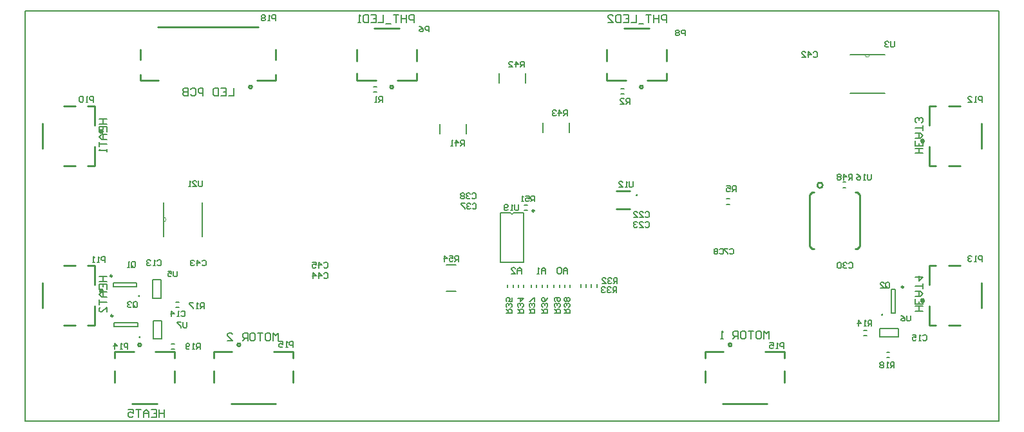
<source format=gbo>
G04*
G04 #@! TF.GenerationSoftware,Altium Limited,Altium Designer,18.1.9 (240)*
G04*
G04 Layer_Color=12176880*
%FSLAX44Y44*%
%MOMM*%
G71*
G01*
G75*
%ADD10C,0.1524*%
%ADD11C,0.0000*%
%ADD12C,0.2540*%
%ADD13C,0.2000*%
%ADD110C,0.2500*%
D10*
X182100Y268298D02*
Y287856D01*
Y262202D02*
Y268298D01*
Y242644D02*
Y262202D01*
X232900Y242644D02*
Y287856D01*
X1110338Y482146D02*
X1129896D01*
X1104242D02*
X1110338D01*
X1084684D02*
X1104242D01*
X1084684Y431346D02*
X1129896D01*
D11*
X182100Y262202D02*
G03*
X182100Y268298I0J3048D01*
G01*
X1104242Y482146D02*
G03*
X1110338Y482146I3048J0D01*
G01*
D12*
X298324Y439760D02*
G03*
X298324Y439760I-2074J0D01*
G01*
X928774Y100240D02*
G03*
X928774Y100240I-2074J0D01*
G01*
X283024D02*
G03*
X283024Y100240I-2074J0D01*
G01*
X483874Y439760D02*
G03*
X483874Y439760I-2074J0D01*
G01*
X812174Y439760D02*
G03*
X812174Y439760I-2074J0D01*
G01*
X102314Y381350D02*
G03*
X102314Y381350I-2074J0D01*
G01*
Y171350D02*
G03*
X102314Y171350I-2074J0D01*
G01*
X1181834Y368650D02*
G03*
X1181834Y368650I-2074J0D01*
G01*
Y158650D02*
G03*
X1181834Y158650I-2074J0D01*
G01*
X152474Y100240D02*
G03*
X152474Y100240I-2074J0D01*
G01*
X150602Y110500D02*
G03*
X150602Y110500I-254J0D01*
G01*
X149762Y164485D02*
G03*
X149762Y164485I-254J0D01*
G01*
X669270Y276850D02*
G03*
X669270Y276850I-1270J0D01*
G01*
X804249Y297558D02*
G03*
X804249Y297558I-359J0D01*
G01*
X1048542Y310482D02*
G03*
X1048542Y310482I-3592J0D01*
G01*
X1126636Y139902D02*
G03*
X1126636Y139902I-254J0D01*
G01*
X304770Y448650D02*
X328900D01*
Y456270D01*
X173960Y518500D02*
X306040D01*
X151100Y455000D02*
Y456270D01*
Y448650D02*
X175230D01*
X151100D02*
Y456270D01*
Y451190D02*
Y455000D01*
Y475320D02*
Y489290D01*
X328900Y475320D02*
Y489290D01*
X893680Y50710D02*
Y65950D01*
X997820Y50710D02*
Y65950D01*
X893680Y91350D02*
X917810D01*
X893680Y82460D02*
Y91350D01*
X916540Y22770D02*
X974960D01*
X997820Y82460D02*
Y91350D01*
X972420D02*
X997820D01*
X247930Y50710D02*
Y65950D01*
X352070Y50710D02*
Y65950D01*
X247930Y91350D02*
X272060D01*
X247930Y82460D02*
Y91350D01*
X270790Y22770D02*
X329210D01*
X352070Y82460D02*
Y91350D01*
X326670D02*
X352070D01*
X458940Y517230D02*
X467195D01*
X483705D02*
X491960D01*
X489420Y448650D02*
X514820D01*
Y457540D01*
X467195Y517230D02*
X483705D01*
X436080Y448650D02*
Y457540D01*
Y448650D02*
X461480D01*
X514820Y474050D02*
Y489290D01*
X436080Y474050D02*
Y489290D01*
X787240Y517230D02*
X795495D01*
X812005D02*
X820260D01*
X817720Y448650D02*
X843120D01*
Y457540D01*
X795495Y517230D02*
X812005D01*
X764380Y448650D02*
Y457540D01*
Y448650D02*
X789780D01*
X843120Y474050D02*
Y489290D01*
X764380Y474050D02*
Y489290D01*
X22770Y358490D02*
Y366745D01*
Y383255D02*
Y391510D01*
X91350Y388970D02*
Y414370D01*
X82460D02*
X91350D01*
X22770Y366745D02*
Y383255D01*
X82460Y335630D02*
X91350D01*
Y361030D01*
X50710Y414370D02*
X65950D01*
X50710Y335630D02*
X65950D01*
X22770Y148490D02*
Y156745D01*
Y173255D02*
Y181510D01*
X91350Y178970D02*
Y204370D01*
X82460D02*
X91350D01*
X22770Y156745D02*
Y173255D01*
X82460Y125630D02*
X91350D01*
Y151030D01*
X50710Y204370D02*
X65950D01*
X50710Y125630D02*
X65950D01*
X1257230Y383255D02*
Y391510D01*
Y358490D02*
Y366745D01*
X1188650Y335630D02*
Y361030D01*
Y335630D02*
X1197540D01*
X1257230Y366745D02*
Y383255D01*
X1188650Y414370D02*
X1197540D01*
X1188650Y388970D02*
Y414370D01*
X1214050Y335630D02*
X1229290D01*
X1214050Y414370D02*
X1229290D01*
X1257230Y173255D02*
Y181510D01*
Y148490D02*
Y156745D01*
X1188650Y125630D02*
Y151030D01*
Y125630D02*
X1197540D01*
X1257230Y156745D02*
Y173255D01*
X1188650Y204370D02*
X1197540D01*
X1188650Y178970D02*
Y204370D01*
X1214050Y125630D02*
X1229290D01*
X1214050Y204370D02*
X1229290D01*
X165005Y22770D02*
X173260D01*
X140240D02*
X148495D01*
X117380Y91350D02*
X142780D01*
X117380Y82460D02*
Y91350D01*
X148495Y22770D02*
X165005D01*
X196120Y82460D02*
Y91350D01*
X170720D02*
X196120D01*
X117380Y50710D02*
Y65950D01*
X196120Y50710D02*
Y65950D01*
X777000Y279016D02*
X795000D01*
X777220Y303146D02*
X794746D01*
X1090924Y226662D02*
X1093464D01*
X1097274Y230472D01*
Y297782D01*
X1093464Y301592D02*
X1097274Y297782D01*
X1090924Y301592D02*
X1093464D01*
X1034790Y226662D02*
X1037330D01*
X1030980Y230472D02*
X1034790Y226662D01*
X1030980Y230472D02*
Y297782D01*
X1034790Y301592D01*
X1037330D01*
D13*
X638375Y273750D02*
G03*
X641625Y273750I1625J0D01*
G01*
X458000Y440500D02*
X462000D01*
X458000Y433500D02*
X462000D01*
X168382Y107960D02*
X170922D01*
X168382Y132090D02*
X179558D01*
X168382Y107960D02*
Y132090D01*
X179558Y107960D02*
Y132090D01*
X170922Y107960D02*
X177272D01*
X179558D01*
X115750Y176500D02*
Y181500D01*
X146750Y176500D02*
Y181500D01*
X115750D02*
X146750D01*
X115750Y176500D02*
X146750D01*
X167542Y161945D02*
X170082D01*
X167542Y186075D02*
X178718D01*
X167542Y161945D02*
Y186075D01*
X178718Y161945D02*
Y186075D01*
X170082Y161945D02*
X176432D01*
X178718D01*
X116750Y124002D02*
Y129002D01*
X147750Y124002D02*
Y129002D01*
X116750D02*
X147750D01*
X116750Y124002D02*
X147750D01*
X655300Y208750D02*
Y273750D01*
X624820Y208750D02*
X655300D01*
X624820D02*
Y273750D01*
X638375D01*
X641625D02*
X655300D01*
X656000Y277500D02*
X660000D01*
X656000Y284500D02*
X660000D01*
X553754Y205276D02*
X566500D01*
X553754Y170478D02*
X566500D01*
X641500Y175750D02*
Y179750D01*
X634500Y175750D02*
Y179750D01*
X655500Y175750D02*
Y179750D01*
X648500Y175750D02*
Y179750D01*
X672500Y175750D02*
Y179750D01*
X665500Y175750D02*
Y179750D01*
X686500Y175750D02*
Y179750D01*
X679500Y175750D02*
Y179750D01*
X702500Y175750D02*
Y179750D01*
X695500Y175750D02*
Y179750D01*
X737500Y176000D02*
Y180000D01*
X730500Y176000D02*
Y180000D01*
X751500Y176000D02*
Y180000D01*
X744500Y176000D02*
Y180000D01*
X680474Y380254D02*
Y393000D01*
X715272Y380254D02*
Y393000D01*
X657526Y445000D02*
Y457746D01*
X622728Y445000D02*
Y457746D01*
X783000Y437500D02*
X787000D01*
X783000Y430500D02*
X787000D01*
X1075000Y314500D02*
X1079000D01*
X1075000Y307500D02*
X1079000D01*
X1102500Y119500D02*
X1106500D01*
X1102500Y112500D02*
X1106500D01*
X716500Y175750D02*
Y179750D01*
X709500Y175750D02*
Y179750D01*
X921926Y292500D02*
X925926D01*
X921926Y285500D02*
X925926D01*
X192500Y101500D02*
X196500D01*
X192500Y94500D02*
X196500D01*
X1132382Y83500D02*
X1136383D01*
X1132382Y90500D02*
X1136383D01*
X1123842Y119328D02*
Y121868D01*
X1147972Y110692D02*
Y121868D01*
X1123842D02*
X1147972D01*
X1123842Y110692D02*
X1147972D01*
X1123842Y112978D02*
Y119328D01*
Y110692D02*
Y112978D01*
X1138882Y173500D02*
X1143882D01*
X1138882Y142500D02*
X1143882D01*
Y173500D01*
X1138882Y142500D02*
Y173500D01*
X198000Y156500D02*
X202000D01*
X198000Y149500D02*
X202000D01*
X580272Y378254D02*
Y391000D01*
X545474Y378254D02*
Y391000D01*
X1179997Y144313D02*
X1170000D01*
X1174998D01*
Y150977D01*
X1179997D01*
X1170000D01*
X1179997Y160974D02*
Y154309D01*
X1170000D01*
Y160974D01*
X1174998Y154309D02*
Y157642D01*
X1170000Y164306D02*
X1176665D01*
X1179997Y167638D01*
X1176665Y170971D01*
X1170000D01*
X1174998D01*
Y164306D01*
X1179997Y174303D02*
Y180968D01*
Y177635D01*
X1170000D01*
Y189298D02*
X1179997D01*
X1174998Y184300D01*
Y190964D01*
X1179997Y352500D02*
X1170000D01*
X1174998D01*
Y359165D01*
X1179997D01*
X1170000D01*
X1179997Y369161D02*
Y362497D01*
X1170000D01*
Y369161D01*
X1174998Y362497D02*
Y365829D01*
X1170000Y372494D02*
X1176665D01*
X1179997Y375826D01*
X1176665Y379158D01*
X1170000D01*
X1174998D01*
Y372494D01*
X1179997Y382490D02*
Y389155D01*
Y385823D01*
X1170000D01*
X1178331Y392487D02*
X1179997Y394153D01*
Y397486D01*
X1178331Y399152D01*
X1176665D01*
X1174998Y397486D01*
Y395819D01*
Y397486D01*
X1173332Y399152D01*
X1171666D01*
X1170000Y397486D01*
Y394153D01*
X1171666Y392487D01*
X843120Y525000D02*
Y534997D01*
X838122D01*
X836456Y533331D01*
Y529998D01*
X838122Y528332D01*
X843120D01*
X833123Y534997D02*
Y525000D01*
Y529998D01*
X826459D01*
Y534997D01*
Y525000D01*
X823126Y534997D02*
X816462D01*
X819794D01*
Y525000D01*
X813130Y523334D02*
X806465D01*
X803133Y534997D02*
Y525000D01*
X796468D01*
X786472Y534997D02*
X793136D01*
Y525000D01*
X786472D01*
X793136Y529998D02*
X789804D01*
X783139Y534997D02*
Y525000D01*
X778141D01*
X776475Y526666D01*
Y533331D01*
X778141Y534997D01*
X783139D01*
X766478Y525000D02*
X773142D01*
X766478Y531665D01*
Y533331D01*
X768144Y534997D01*
X771476D01*
X773142Y533331D01*
X511000Y525000D02*
Y534997D01*
X506002D01*
X504336Y533331D01*
Y529998D01*
X506002Y528332D01*
X511000D01*
X501003Y534997D02*
Y525000D01*
Y529998D01*
X494339D01*
Y534997D01*
Y525000D01*
X491006Y534997D02*
X484342D01*
X487674D01*
Y525000D01*
X481010Y523334D02*
X474345D01*
X471013Y534997D02*
Y525000D01*
X464348D01*
X454352Y534997D02*
X461016D01*
Y525000D01*
X454352D01*
X461016Y529998D02*
X457684D01*
X451019Y534997D02*
Y525000D01*
X446021D01*
X444355Y526666D01*
Y533331D01*
X446021Y534997D01*
X451019D01*
X441022Y525000D02*
X437690D01*
X439356D01*
Y534997D01*
X441022Y533331D01*
X274000Y438482D02*
Y428485D01*
X267335D01*
X257339Y438482D02*
X264003D01*
Y428485D01*
X257339D01*
X264003Y433484D02*
X260671D01*
X254007Y438482D02*
Y428485D01*
X249008D01*
X247342Y430151D01*
Y436816D01*
X249008Y438482D01*
X254007D01*
X234013Y428485D02*
Y438482D01*
X229014D01*
X227348Y436816D01*
Y433484D01*
X229014Y431817D01*
X234013D01*
X217352Y436816D02*
X219018Y438482D01*
X222350D01*
X224016Y436816D01*
Y430151D01*
X222350Y428485D01*
X219018D01*
X217352Y430151D01*
X214019Y438482D02*
Y428485D01*
X209021D01*
X207355Y430151D01*
Y431817D01*
X209021Y433484D01*
X214019D01*
X209021D01*
X207355Y435150D01*
Y436816D01*
X209021Y438482D01*
X214019D01*
X97503Y397651D02*
X107500D01*
X102502D01*
Y390987D01*
X97503D01*
X107500D01*
X97503Y380990D02*
Y387654D01*
X107500D01*
Y380990D01*
X102502Y387654D02*
Y384322D01*
X107500Y377658D02*
X100836D01*
X97503Y374325D01*
X100836Y370993D01*
X107500D01*
X102502D01*
Y377658D01*
X97503Y367661D02*
Y360996D01*
Y364329D01*
X107500D01*
Y357664D02*
Y354332D01*
Y355998D01*
X97503D01*
X99169Y357664D01*
X97503Y190000D02*
X107500D01*
X102502D01*
Y183335D01*
X97503D01*
X107500D01*
X97503Y173339D02*
Y180003D01*
X107500D01*
Y173339D01*
X102502Y180003D02*
Y176671D01*
X107500Y170006D02*
X100836D01*
X97503Y166674D01*
X100836Y163342D01*
X107500D01*
X102502D01*
Y170006D01*
X97503Y160010D02*
Y153345D01*
Y156677D01*
X107500D01*
Y143348D02*
Y150013D01*
X100836Y143348D01*
X99169D01*
X97503Y145014D01*
Y148347D01*
X99169Y150013D01*
X182500Y14997D02*
Y5000D01*
Y9998D01*
X175835D01*
Y14997D01*
Y5000D01*
X165839Y14997D02*
X172503D01*
Y5000D01*
X165839D01*
X172503Y9998D02*
X169171D01*
X162506Y5000D02*
Y11665D01*
X159174Y14997D01*
X155842Y11665D01*
Y5000D01*
Y9998D01*
X162506D01*
X152510Y14997D02*
X145845D01*
X149177D01*
Y5000D01*
X135848Y14997D02*
X142513D01*
Y9998D01*
X139181Y11665D01*
X137514D01*
X135848Y9998D01*
Y6666D01*
X137514Y5000D01*
X140847D01*
X142513Y6666D01*
X332500Y105467D02*
Y115464D01*
X329168Y112132D01*
X325835Y115464D01*
Y105467D01*
X317505Y115464D02*
X320837D01*
X322503Y113798D01*
Y107133D01*
X320837Y105467D01*
X317505D01*
X315839Y107133D01*
Y113798D01*
X317505Y115464D01*
X312506D02*
X305842D01*
X309174D01*
Y105467D01*
X297511Y115464D02*
X300844D01*
X302510Y113798D01*
Y107133D01*
X300844Y105467D01*
X297511D01*
X295845Y107133D01*
Y113798D01*
X297511Y115464D01*
X292513Y105467D02*
Y115464D01*
X287514D01*
X285848Y113798D01*
Y110465D01*
X287514Y108799D01*
X292513D01*
X289181D02*
X285848Y105467D01*
X265855D02*
X272519D01*
X265855Y112132D01*
Y113798D01*
X267521Y115464D01*
X270853D01*
X272519Y113798D01*
X977500Y108000D02*
Y117997D01*
X974168Y114664D01*
X970835Y117997D01*
Y108000D01*
X962505Y117997D02*
X965837D01*
X967503Y116330D01*
Y109666D01*
X965837Y108000D01*
X962505D01*
X960839Y109666D01*
Y116330D01*
X962505Y117997D01*
X957506D02*
X950842D01*
X954174D01*
Y108000D01*
X942511Y117997D02*
X945844D01*
X947510Y116330D01*
Y109666D01*
X945844Y108000D01*
X942511D01*
X940845Y109666D01*
Y116330D01*
X942511Y117997D01*
X937513Y108000D02*
Y117997D01*
X932514D01*
X930848Y116330D01*
Y112998D01*
X932514Y111332D01*
X937513D01*
X934181D02*
X930848Y108000D01*
X917519D02*
X914187D01*
X915853D01*
Y117997D01*
X917519Y116330D01*
X652500Y194000D02*
Y199332D01*
X649834Y201997D01*
X647168Y199332D01*
Y194000D01*
Y197999D01*
X652500D01*
X639171Y194000D02*
X644503D01*
X639171Y199332D01*
Y200665D01*
X640504Y201997D01*
X643170D01*
X644503Y200665D01*
X684000Y194000D02*
Y199332D01*
X681334Y201997D01*
X678668Y199332D01*
Y194000D01*
Y197999D01*
X684000D01*
X676003Y194000D02*
X673337D01*
X674670D01*
Y201997D01*
X676003Y200665D01*
X713050Y194000D02*
Y199332D01*
X710384Y201997D01*
X707719Y199332D01*
Y194000D01*
Y197999D01*
X713050D01*
X705053Y200665D02*
X703720Y201997D01*
X701054D01*
X699721Y200665D01*
Y195333D01*
X701054Y194000D01*
X703720D01*
X705053Y195333D01*
Y200665D01*
X648500Y284998D02*
Y278750D01*
X647250Y277500D01*
X644751D01*
X643502Y278750D01*
Y284998D01*
X641003Y277500D02*
X638503D01*
X639753D01*
Y284998D01*
X641003Y283748D01*
X634754Y278750D02*
X633505Y277500D01*
X631006D01*
X629756Y278750D01*
Y283748D01*
X631006Y284998D01*
X633505D01*
X634754Y283748D01*
Y282498D01*
X633505Y281249D01*
X629756D01*
X232900Y316247D02*
Y309999D01*
X231651Y308750D01*
X229151D01*
X227902Y309999D01*
Y316247D01*
X220404Y308750D02*
X225403D01*
X220404Y313748D01*
Y314998D01*
X221654Y316247D01*
X224153D01*
X225403Y314998D01*
X217905Y308750D02*
X215406D01*
X216655D01*
Y316247D01*
X217905Y314998D01*
X135000Y95000D02*
Y102498D01*
X131251D01*
X130002Y101248D01*
Y98749D01*
X131251Y97499D01*
X135000D01*
X127502Y95000D02*
X125003D01*
X126253D01*
Y102498D01*
X127502Y101248D01*
X117506Y95000D02*
Y102498D01*
X121254Y98749D01*
X116256D01*
X205002Y143748D02*
X206251Y144998D01*
X208750D01*
X210000Y143748D01*
Y138750D01*
X208750Y137500D01*
X206251D01*
X205002Y138750D01*
X202502Y137500D02*
X200003D01*
X201253D01*
Y144998D01*
X202502Y143748D01*
X192506Y137500D02*
Y144998D01*
X196254Y141249D01*
X191256D01*
X142502Y150750D02*
Y155748D01*
X143751Y156998D01*
X146250D01*
X147500Y155748D01*
Y150750D01*
X146250Y149500D01*
X143751D01*
X145001Y151999D02*
X142502Y149500D01*
X143751D02*
X142502Y150750D01*
X140002Y155748D02*
X138753Y156998D01*
X136254D01*
X135004Y155748D01*
Y154499D01*
X136254Y153249D01*
X137503D01*
X136254D01*
X135004Y151999D01*
Y150750D01*
X136254Y149500D01*
X138753D01*
X140002Y150750D01*
X230000Y94500D02*
Y101997D01*
X226251D01*
X225002Y100748D01*
Y98249D01*
X226251Y96999D01*
X230000D01*
X227501D02*
X225002Y94500D01*
X222502D02*
X220003D01*
X221253D01*
Y101997D01*
X222502Y100748D01*
X216254Y95750D02*
X215005Y94500D01*
X212506D01*
X211256Y95750D01*
Y100748D01*
X212506Y101997D01*
X215005D01*
X216254Y100748D01*
Y99498D01*
X215005Y98249D01*
X211256D01*
X212500Y130498D02*
Y124250D01*
X211250Y123000D01*
X208751D01*
X207502Y124250D01*
Y130498D01*
X205002D02*
X200004D01*
Y129248D01*
X205002Y124250D01*
Y123000D01*
X232502Y210618D02*
X233751Y211868D01*
X236250D01*
X237500Y210618D01*
Y205620D01*
X236250Y204370D01*
X233751D01*
X232502Y205620D01*
X226254Y204370D02*
Y211868D01*
X230002Y208119D01*
X225004D01*
X222505Y210618D02*
X221255Y211868D01*
X218756D01*
X217506Y210618D01*
Y209368D01*
X218756Y208119D01*
X220006D01*
X218756D01*
X217506Y206869D01*
Y205620D01*
X218756Y204370D01*
X221255D01*
X222505Y205620D01*
X1035943Y485248D02*
X1037193Y486497D01*
X1039692D01*
X1040941Y485248D01*
Y480249D01*
X1039692Y479000D01*
X1037193D01*
X1035943Y480249D01*
X1029695Y479000D02*
Y486497D01*
X1033444Y482749D01*
X1028446D01*
X1020948Y479000D02*
X1025946D01*
X1020948Y483998D01*
Y485248D01*
X1022197Y486497D01*
X1024697D01*
X1025946Y485248D01*
X1112162Y325191D02*
Y318944D01*
X1110913Y317694D01*
X1108414D01*
X1107164Y318944D01*
Y325191D01*
X1104665Y317694D02*
X1102166D01*
X1103415D01*
Y325191D01*
X1104665Y323942D01*
X1093418Y325191D02*
X1095918Y323942D01*
X1098417Y321443D01*
Y318944D01*
X1097167Y317694D01*
X1094668D01*
X1093418Y318944D01*
Y320193D01*
X1094668Y321443D01*
X1098417D01*
X392502Y207985D02*
X393751Y209235D01*
X396250D01*
X397500Y207985D01*
Y202987D01*
X396250Y201737D01*
X393751D01*
X392502Y202987D01*
X386254Y201737D02*
Y209235D01*
X390002Y205486D01*
X385004D01*
X377506Y209235D02*
X382505D01*
Y205486D01*
X380006Y206735D01*
X378756D01*
X377506Y205486D01*
Y202987D01*
X378756Y201737D01*
X381255D01*
X382505Y202987D01*
X392502Y193998D02*
X393751Y195248D01*
X396250D01*
X397500Y193998D01*
Y189000D01*
X396250Y187750D01*
X393751D01*
X392502Y189000D01*
X386254Y187750D02*
Y195248D01*
X390002Y191499D01*
X385004D01*
X378756Y187750D02*
Y195248D01*
X382505Y191499D01*
X377506D01*
X1142886Y499998D02*
Y493750D01*
X1141637Y492500D01*
X1139137D01*
X1137888Y493750D01*
Y499998D01*
X1135389Y498748D02*
X1134139Y499998D01*
X1131640D01*
X1130390Y498748D01*
Y497498D01*
X1131640Y496249D01*
X1132889D01*
X1131640D01*
X1130390Y494999D01*
Y493750D01*
X1131640Y492500D01*
X1134139D01*
X1135389Y493750D01*
X934466Y302006D02*
Y309504D01*
X930717D01*
X929468Y308254D01*
Y305755D01*
X930717Y304505D01*
X934466D01*
X931967D02*
X929468Y302006D01*
X921970Y309504D02*
X926968D01*
Y305755D01*
X924469Y307004D01*
X923220D01*
X921970Y305755D01*
Y303256D01*
X923220Y302006D01*
X925719D01*
X926968Y303256D01*
X913047Y225874D02*
X914297Y227123D01*
X916796D01*
X918046Y225874D01*
Y220875D01*
X916796Y219626D01*
X914297D01*
X913047Y220875D01*
X910548Y225874D02*
X909299Y227123D01*
X906799D01*
X905550Y225874D01*
Y224624D01*
X906799Y223375D01*
X905550Y222125D01*
Y220875D01*
X906799Y219626D01*
X909299D01*
X910548Y220875D01*
Y222125D01*
X909299Y223375D01*
X910548Y224624D01*
Y225874D01*
X909299Y223375D02*
X906799D01*
X925970Y225874D02*
X927219Y227123D01*
X929719D01*
X930968Y225874D01*
Y220875D01*
X929719Y219626D01*
X927219D01*
X925970Y220875D01*
X923471Y227123D02*
X918472D01*
Y225874D01*
X923471Y220875D01*
Y219626D01*
X570000Y210000D02*
Y217498D01*
X566251D01*
X565002Y216248D01*
Y213749D01*
X566251Y212499D01*
X570000D01*
X567501D02*
X565002Y210000D01*
X557504Y217498D02*
X562502D01*
Y213749D01*
X560003Y214998D01*
X558754D01*
X557504Y213749D01*
Y211250D01*
X558754Y210000D01*
X561253D01*
X562502Y211250D01*
X551256Y210000D02*
Y217498D01*
X555005Y213749D01*
X550006D01*
X670000Y289000D02*
Y296498D01*
X666251D01*
X665002Y295248D01*
Y292749D01*
X666251Y291499D01*
X670000D01*
X667501D02*
X665002Y289000D01*
X657504Y296498D02*
X662502D01*
Y292749D01*
X660003Y293998D01*
X658754D01*
X657504Y292749D01*
Y290250D01*
X658754Y289000D01*
X661253D01*
X662502Y290250D01*
X655005Y289000D02*
X652506D01*
X653755D01*
Y296498D01*
X655005Y295248D01*
X329184Y527050D02*
Y534548D01*
X325435D01*
X324186Y533298D01*
Y530799D01*
X325435Y529549D01*
X329184D01*
X321686Y527050D02*
X319187D01*
X320437D01*
Y534548D01*
X321686Y533298D01*
X315438D02*
X314189Y534548D01*
X311690D01*
X310440Y533298D01*
Y532048D01*
X311690Y530799D01*
X310440Y529549D01*
Y528300D01*
X311690Y527050D01*
X314189D01*
X315438Y528300D01*
Y529549D01*
X314189Y530799D01*
X315438Y532048D01*
Y533298D01*
X314189Y530799D02*
X311690D01*
X587502Y298748D02*
X588751Y299998D01*
X591250D01*
X592500Y298748D01*
Y293750D01*
X591250Y292500D01*
X588751D01*
X587502Y293750D01*
X585002Y298748D02*
X583753Y299998D01*
X581254D01*
X580004Y298748D01*
Y297498D01*
X581254Y296249D01*
X582503D01*
X581254D01*
X580004Y294999D01*
Y293750D01*
X581254Y292500D01*
X583753D01*
X585002Y293750D01*
X577505Y298748D02*
X576255Y299998D01*
X573756D01*
X572506Y298748D01*
Y297498D01*
X573756Y296249D01*
X572506Y294999D01*
Y293750D01*
X573756Y292500D01*
X576255D01*
X577505Y293750D01*
Y294999D01*
X576255Y296249D01*
X577505Y297498D01*
Y298748D01*
X576255Y296249D02*
X573756D01*
X588000Y285264D02*
X589250Y286514D01*
X591749D01*
X592999Y285264D01*
Y280266D01*
X591749Y279016D01*
X589250D01*
X588000Y280266D01*
X585501Y285264D02*
X584252Y286514D01*
X581752D01*
X580503Y285264D01*
Y284014D01*
X581752Y282765D01*
X583002D01*
X581752D01*
X580503Y281515D01*
Y280266D01*
X581752Y279016D01*
X584252D01*
X585501Y280266D01*
X578004Y286514D02*
X573005D01*
Y285264D01*
X578004Y280266D01*
Y279016D01*
X352500Y97000D02*
Y104498D01*
X348751D01*
X347502Y103248D01*
Y100749D01*
X348751Y99499D01*
X352500D01*
X345002Y97000D02*
X342503D01*
X343753D01*
Y104498D01*
X345002Y103248D01*
X333756Y104498D02*
X338754D01*
Y100749D01*
X336255Y101998D01*
X335006D01*
X333756Y100749D01*
Y98250D01*
X335006Y97000D01*
X337505D01*
X338754Y98250D01*
X713050Y401985D02*
Y409483D01*
X709301D01*
X708052Y408233D01*
Y405734D01*
X709301Y404484D01*
X713050D01*
X710551D02*
X708052Y401985D01*
X701804D02*
Y409483D01*
X705553Y405734D01*
X700554D01*
X698055Y408233D02*
X696805Y409483D01*
X694306D01*
X693057Y408233D01*
Y406984D01*
X694306Y405734D01*
X695556D01*
X694306D01*
X693057Y404484D01*
Y403235D01*
X694306Y401985D01*
X696805D01*
X698055Y403235D01*
X656000Y466000D02*
Y473498D01*
X652251D01*
X651002Y472248D01*
Y469749D01*
X652251Y468499D01*
X656000D01*
X653501D02*
X651002Y466000D01*
X644753D02*
Y473498D01*
X648502Y469749D01*
X643504D01*
X636006Y466000D02*
X641005D01*
X636006Y470998D01*
Y472248D01*
X637256Y473498D01*
X639755D01*
X641005Y472248D01*
X577500Y362500D02*
Y369998D01*
X573751D01*
X572502Y368748D01*
Y366249D01*
X573751Y364999D01*
X577500D01*
X575001D02*
X572502Y362500D01*
X566254D02*
Y369998D01*
X570002Y366249D01*
X565004D01*
X562505Y362500D02*
X560006D01*
X561255D01*
Y369998D01*
X562505Y368748D01*
X799146Y315498D02*
Y309250D01*
X797897Y308000D01*
X795398D01*
X794148Y309250D01*
Y315498D01*
X791649Y308000D02*
X789150D01*
X790399D01*
Y315498D01*
X791649Y314248D01*
X780403Y308000D02*
X785401D01*
X780403Y312998D01*
Y314248D01*
X781652Y315498D01*
X784151D01*
X785401Y314248D01*
X1164000Y139011D02*
Y132763D01*
X1162750Y131513D01*
X1160251D01*
X1159002Y132763D01*
Y139011D01*
X1151504D02*
X1154003Y137761D01*
X1156502Y135262D01*
Y132763D01*
X1155253Y131513D01*
X1152754D01*
X1151504Y132763D01*
Y134012D01*
X1152754Y135262D01*
X1156502D01*
X200000Y197498D02*
Y191250D01*
X198750Y190000D01*
X196251D01*
X195002Y191250D01*
Y197498D01*
X187504D02*
X192502D01*
Y193749D01*
X190003Y194998D01*
X188754D01*
X187504Y193749D01*
Y191250D01*
X188754Y190000D01*
X191253D01*
X192502Y191250D01*
X1087500Y317694D02*
Y325191D01*
X1083751D01*
X1082502Y323942D01*
Y321443D01*
X1083751Y320193D01*
X1087500D01*
X1085001D02*
X1082502Y317694D01*
X1076254D02*
Y325191D01*
X1080002Y321443D01*
X1075004D01*
X1072505Y323942D02*
X1071255Y325191D01*
X1068756D01*
X1067506Y323942D01*
Y322692D01*
X1068756Y321443D01*
X1067506Y320193D01*
Y318944D01*
X1068756Y317694D01*
X1071255D01*
X1072505Y318944D01*
Y320193D01*
X1071255Y321443D01*
X1072505Y322692D01*
Y323942D01*
X1071255Y321443D02*
X1068756D01*
X695776Y142500D02*
X703274D01*
Y146249D01*
X702024Y147498D01*
X699525D01*
X698276Y146249D01*
Y142500D01*
Y144999D02*
X695776Y147498D01*
X702024Y149998D02*
X703274Y151247D01*
Y153746D01*
X702024Y154996D01*
X700775D01*
X699525Y153746D01*
Y152497D01*
Y153746D01*
X698276Y154996D01*
X697026D01*
X695776Y153746D01*
Y151247D01*
X697026Y149998D01*
Y157495D02*
X695776Y158745D01*
Y161244D01*
X697026Y162494D01*
X702024D01*
X703274Y161244D01*
Y158745D01*
X702024Y157495D01*
X700775D01*
X699525Y158745D01*
Y162494D01*
X708664Y142500D02*
X716162D01*
Y146249D01*
X714912Y147498D01*
X712413D01*
X711164Y146249D01*
Y142500D01*
Y144999D02*
X708664Y147498D01*
X714912Y149998D02*
X716162Y151247D01*
Y153746D01*
X714912Y154996D01*
X713663D01*
X712413Y153746D01*
Y152497D01*
Y153746D01*
X711164Y154996D01*
X709914D01*
X708664Y153746D01*
Y151247D01*
X709914Y149998D01*
X714912Y157495D02*
X716162Y158745D01*
Y161244D01*
X714912Y162494D01*
X713663D01*
X712413Y161244D01*
X711164Y162494D01*
X709914D01*
X708664Y161244D01*
Y158745D01*
X709914Y157495D01*
X711164D01*
X712413Y158745D01*
X713663Y157495D01*
X714912D01*
X712413Y158745D02*
Y161244D01*
X662500Y142500D02*
X669998D01*
Y146249D01*
X668748Y147498D01*
X666249D01*
X664999Y146249D01*
Y142500D01*
Y144999D02*
X662500Y147498D01*
X668748Y149998D02*
X669998Y151247D01*
Y153746D01*
X668748Y154996D01*
X667498D01*
X666249Y153746D01*
Y152497D01*
Y153746D01*
X664999Y154996D01*
X663750D01*
X662500Y153746D01*
Y151247D01*
X663750Y149998D01*
X669998Y157495D02*
Y162494D01*
X668748D01*
X663750Y157495D01*
X662500D01*
X679388Y142500D02*
X686886D01*
Y146249D01*
X685636Y147498D01*
X683137D01*
X681887Y146249D01*
Y142500D01*
Y144999D02*
X679388Y147498D01*
X685636Y149998D02*
X686886Y151247D01*
Y153746D01*
X685636Y154996D01*
X684387D01*
X683137Y153746D01*
Y152497D01*
Y153746D01*
X681887Y154996D01*
X680638D01*
X679388Y153746D01*
Y151247D01*
X680638Y149998D01*
X686886Y162494D02*
X685636Y159994D01*
X683137Y157495D01*
X680638D01*
X679388Y158745D01*
Y161244D01*
X680638Y162494D01*
X681887D01*
X683137Y161244D01*
Y157495D01*
X632190Y142000D02*
X639687D01*
Y145749D01*
X638438Y146999D01*
X635939D01*
X634689Y145749D01*
Y142000D01*
Y144499D02*
X632190Y146999D01*
X638438Y149498D02*
X639687Y150747D01*
Y153247D01*
X638438Y154496D01*
X637188D01*
X635939Y153247D01*
Y151997D01*
Y153247D01*
X634689Y154496D01*
X633439D01*
X632190Y153247D01*
Y150747D01*
X633439Y149498D01*
X639687Y161994D02*
Y156995D01*
X635939D01*
X637188Y159495D01*
Y160744D01*
X635939Y161994D01*
X633439D01*
X632190Y160744D01*
Y158245D01*
X633439Y156995D01*
X647500Y142500D02*
X654998D01*
Y146249D01*
X653748Y147498D01*
X651249D01*
X649999Y146249D01*
Y142500D01*
Y144999D02*
X647500Y147498D01*
X653748Y149998D02*
X654998Y151247D01*
Y153746D01*
X653748Y154996D01*
X652498D01*
X651249Y153746D01*
Y152497D01*
Y153746D01*
X649999Y154996D01*
X648750D01*
X647500Y153746D01*
Y151247D01*
X648750Y149998D01*
X647500Y161244D02*
X654998D01*
X651249Y157495D01*
Y162494D01*
X777600Y169000D02*
Y176498D01*
X773851D01*
X772602Y175248D01*
Y172749D01*
X773851Y171499D01*
X777600D01*
X775101D02*
X772602Y169000D01*
X770103Y175248D02*
X768853Y176498D01*
X766354D01*
X765104Y175248D01*
Y173998D01*
X766354Y172749D01*
X767603D01*
X766354D01*
X765104Y171499D01*
Y170250D01*
X766354Y169000D01*
X768853D01*
X770103Y170250D01*
X762605Y175248D02*
X761355Y176498D01*
X758856D01*
X757607Y175248D01*
Y173998D01*
X758856Y172749D01*
X760106D01*
X758856D01*
X757607Y171499D01*
Y170250D01*
X758856Y169000D01*
X761355D01*
X762605Y170250D01*
X778413Y181000D02*
Y188497D01*
X774665D01*
X773415Y187248D01*
Y184748D01*
X774665Y183499D01*
X778413D01*
X775914D02*
X773415Y181000D01*
X770916Y187248D02*
X769666Y188497D01*
X767167D01*
X765918Y187248D01*
Y185998D01*
X767167Y184748D01*
X768417D01*
X767167D01*
X765918Y183499D01*
Y182249D01*
X767167Y181000D01*
X769666D01*
X770916Y182249D01*
X758420Y181000D02*
X763418D01*
X758420Y185998D01*
Y187248D01*
X759669Y188497D01*
X762169D01*
X763418Y187248D01*
X1142500Y70000D02*
Y77498D01*
X1138751D01*
X1137502Y76248D01*
Y73749D01*
X1138751Y72499D01*
X1142500D01*
X1140001D02*
X1137502Y70000D01*
X1135002D02*
X1132503D01*
X1133753D01*
Y77498D01*
X1135002Y76248D01*
X1128754D02*
X1127505Y77498D01*
X1125006D01*
X1123756Y76248D01*
Y74998D01*
X1125006Y73749D01*
X1123756Y72499D01*
Y71250D01*
X1125006Y70000D01*
X1127505D01*
X1128754Y71250D01*
Y72499D01*
X1127505Y73749D01*
X1128754Y74998D01*
Y76248D01*
X1127505Y73749D02*
X1125006D01*
X235000Y148000D02*
Y155498D01*
X231251D01*
X230002Y154248D01*
Y151749D01*
X231251Y150499D01*
X235000D01*
X232501D02*
X230002Y148000D01*
X227502D02*
X225003D01*
X226253D01*
Y155498D01*
X227502Y154248D01*
X221254Y155498D02*
X216256D01*
Y154248D01*
X221254Y149250D01*
Y148000D01*
X1112856Y125118D02*
Y132615D01*
X1109107D01*
X1107858Y131366D01*
Y128867D01*
X1109107Y127617D01*
X1112856D01*
X1110357D02*
X1107858Y125118D01*
X1105358D02*
X1102859D01*
X1104109D01*
Y132615D01*
X1105358Y131366D01*
X1095362Y125118D02*
Y132615D01*
X1099110Y128867D01*
X1094112D01*
X795000Y417500D02*
Y424998D01*
X791251D01*
X790002Y423748D01*
Y421249D01*
X791251Y419999D01*
X795000D01*
X792501D02*
X790002Y417500D01*
X782504D02*
X787502D01*
X782504Y422498D01*
Y423748D01*
X783754Y424998D01*
X786253D01*
X787502Y423748D01*
X470000Y420000D02*
Y427498D01*
X466251D01*
X465002Y426248D01*
Y423749D01*
X466251Y422499D01*
X470000D01*
X467501D02*
X465002Y420000D01*
X462502D02*
X460003D01*
X461253D01*
Y427498D01*
X462502Y426248D01*
X1131502Y176250D02*
Y181248D01*
X1132751Y182498D01*
X1135250D01*
X1136500Y181248D01*
Y176250D01*
X1135250Y175000D01*
X1132751D01*
X1134001Y177499D02*
X1131502Y175000D01*
X1132751D02*
X1131502Y176250D01*
X1124004Y175000D02*
X1129003D01*
X1124004Y179998D01*
Y181248D01*
X1125254Y182498D01*
X1127753D01*
X1129003Y181248D01*
X140002Y203750D02*
Y208748D01*
X141251Y209998D01*
X143750D01*
X145000Y208748D01*
Y203750D01*
X143750Y202500D01*
X141251D01*
X142501Y204999D02*
X140002Y202500D01*
X141251D02*
X140002Y203750D01*
X137502Y202500D02*
X135003D01*
X136253D01*
Y209998D01*
X137502Y208748D01*
X997500Y95500D02*
Y102998D01*
X993751D01*
X992502Y101748D01*
Y99249D01*
X993751Y97999D01*
X997500D01*
X990002Y95500D02*
X987503D01*
X988753D01*
Y102998D01*
X990002Y101748D01*
X978756Y102998D02*
X983754D01*
Y99249D01*
X981255Y100498D01*
X980006D01*
X978756Y99249D01*
Y96749D01*
X980006Y95500D01*
X982505D01*
X983754Y96749D01*
X1258250Y210000D02*
Y217498D01*
X1254501D01*
X1253251Y216248D01*
Y213749D01*
X1254501Y212499D01*
X1258250D01*
X1250752Y210000D02*
X1248253D01*
X1249503D01*
Y217498D01*
X1250752Y216248D01*
X1244504D02*
X1243255Y217498D01*
X1240755D01*
X1239506Y216248D01*
Y214998D01*
X1240755Y213749D01*
X1242005D01*
X1240755D01*
X1239506Y212499D01*
Y211250D01*
X1240755Y210000D01*
X1243255D01*
X1244504Y211250D01*
X1258250Y420000D02*
Y427498D01*
X1254501D01*
X1253251Y426248D01*
Y423749D01*
X1254501Y422499D01*
X1258250D01*
X1250752Y420000D02*
X1248253D01*
X1249503D01*
Y427498D01*
X1250752Y426248D01*
X1239506Y420000D02*
X1244504D01*
X1239506Y424998D01*
Y426248D01*
X1240755Y427498D01*
X1243255D01*
X1244504Y426248D01*
X105000Y209000D02*
Y216498D01*
X101251D01*
X100002Y215248D01*
Y212749D01*
X101251Y211499D01*
X105000D01*
X97502Y209000D02*
X95003D01*
X96253D01*
Y216498D01*
X97502Y215248D01*
X91254Y209000D02*
X88755D01*
X90005D01*
Y216498D01*
X91254Y215248D01*
X90000Y420000D02*
Y427498D01*
X86251D01*
X85002Y426248D01*
Y423749D01*
X86251Y422499D01*
X90000D01*
X82502Y420000D02*
X80003D01*
X81253D01*
Y427498D01*
X82502Y426248D01*
X76254D02*
X75005Y427498D01*
X72506D01*
X71256Y426248D01*
Y421250D01*
X72506Y420000D01*
X75005D01*
X76254Y421250D01*
Y426248D01*
X867500Y507500D02*
Y514998D01*
X863751D01*
X862502Y513748D01*
Y511249D01*
X863751Y509999D01*
X867500D01*
X860002Y513748D02*
X858753Y514998D01*
X856254D01*
X855004Y513748D01*
Y512498D01*
X856254Y511249D01*
X855004Y509999D01*
Y508750D01*
X856254Y507500D01*
X858753D01*
X860002Y508750D01*
Y509999D01*
X858753Y511249D01*
X860002Y512498D01*
Y513748D01*
X858753Y511249D02*
X856254D01*
X531000Y512500D02*
Y519998D01*
X527251D01*
X526002Y518748D01*
Y516249D01*
X527251Y514999D01*
X531000D01*
X518504Y519998D02*
X521003Y518748D01*
X523502Y516249D01*
Y513750D01*
X522253Y512500D01*
X519754D01*
X518504Y513750D01*
Y514999D01*
X519754Y516249D01*
X523502D01*
X1082859Y207568D02*
X1084109Y208817D01*
X1086608D01*
X1087858Y207568D01*
Y202569D01*
X1086608Y201320D01*
X1084109D01*
X1082859Y202569D01*
X1080360Y207568D02*
X1079110Y208817D01*
X1076611D01*
X1075362Y207568D01*
Y206318D01*
X1076611Y205068D01*
X1077861D01*
X1076611D01*
X1075362Y203819D01*
Y202569D01*
X1076611Y201320D01*
X1079110D01*
X1080360Y202569D01*
X1072862Y207568D02*
X1071613Y208817D01*
X1069114D01*
X1067864Y207568D01*
Y202569D01*
X1069114Y201320D01*
X1071613D01*
X1072862Y202569D01*
Y207568D01*
X815002Y261248D02*
X816251Y262498D01*
X818750D01*
X820000Y261248D01*
Y256250D01*
X818750Y255000D01*
X816251D01*
X815002Y256250D01*
X807504Y255000D02*
X812502D01*
X807504Y259998D01*
Y261248D01*
X808754Y262498D01*
X811253D01*
X812502Y261248D01*
X805005D02*
X803755Y262498D01*
X801256D01*
X800006Y261248D01*
Y259998D01*
X801256Y258749D01*
X802506D01*
X801256D01*
X800006Y257499D01*
Y256250D01*
X801256Y255000D01*
X803755D01*
X805005Y256250D01*
X815002Y274248D02*
X816251Y275498D01*
X818750D01*
X820000Y274248D01*
Y269250D01*
X818750Y268000D01*
X816251D01*
X815002Y269250D01*
X807504Y268000D02*
X812502D01*
X807504Y272998D01*
Y274248D01*
X808754Y275498D01*
X811253D01*
X812502Y274248D01*
X800006Y268000D02*
X805005D01*
X800006Y272998D01*
Y274248D01*
X801256Y275498D01*
X803755D01*
X805005Y274248D01*
X1180002Y112248D02*
X1181251Y113497D01*
X1183750D01*
X1185000Y112248D01*
Y107249D01*
X1183750Y106000D01*
X1181251D01*
X1180002Y107249D01*
X1177502Y106000D02*
X1175003D01*
X1176253D01*
Y113497D01*
X1177502Y112248D01*
X1166256Y113497D02*
X1171254D01*
Y109749D01*
X1168755Y110998D01*
X1167506D01*
X1166256Y109749D01*
Y107249D01*
X1167506Y106000D01*
X1170005D01*
X1171254Y107249D01*
X173720Y210878D02*
X174969Y212128D01*
X177468D01*
X178718Y210878D01*
Y205880D01*
X177468Y204630D01*
X174969D01*
X173720Y205880D01*
X171220Y204630D02*
X168721D01*
X169971D01*
Y212128D01*
X171220Y210878D01*
X164972D02*
X163723Y212128D01*
X161224D01*
X159974Y210878D01*
Y209628D01*
X161224Y208379D01*
X162473D01*
X161224D01*
X159974Y207129D01*
Y205880D01*
X161224Y204630D01*
X163723D01*
X164972Y205880D01*
X0Y0D02*
X1280000D01*
Y540000D01*
X0D02*
X1280000D01*
X0Y0D02*
Y540000D01*
D110*
X114250Y191000D02*
G03*
X114250Y191000I-1250J0D01*
G01*
X115250Y138502D02*
G03*
X115250Y138502I-1250J0D01*
G01*
X1154632Y176250D02*
G03*
X1154632Y176250I-1250J0D01*
G01*
M02*

</source>
